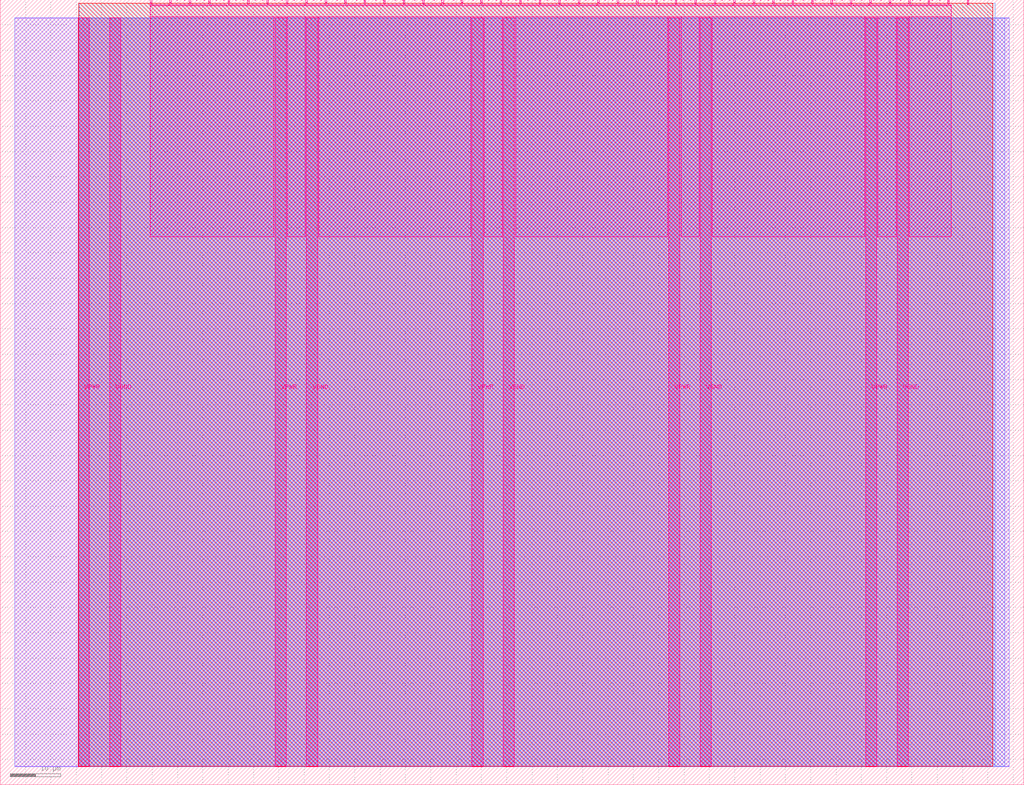
<source format=lef>
VERSION 5.7 ;
  NOWIREEXTENSIONATPIN ON ;
  DIVIDERCHAR "/" ;
  BUSBITCHARS "[]" ;
MACRO tt_um_lfsr_stevej
  CLASS BLOCK ;
  FOREIGN tt_um_lfsr_stevej ;
  ORIGIN 0.000 0.000 ;
  SIZE 202.080 BY 154.980 ;
  PIN VGND
    DIRECTION INOUT ;
    USE GROUND ;
    PORT
      LAYER Metal5 ;
        RECT 21.580 3.560 23.780 151.420 ;
    END
    PORT
      LAYER Metal5 ;
        RECT 60.450 3.560 62.650 151.420 ;
    END
    PORT
      LAYER Metal5 ;
        RECT 99.320 3.560 101.520 151.420 ;
    END
    PORT
      LAYER Metal5 ;
        RECT 138.190 3.560 140.390 151.420 ;
    END
    PORT
      LAYER Metal5 ;
        RECT 177.060 3.560 179.260 151.420 ;
    END
  END VGND
  PIN VPWR
    DIRECTION INOUT ;
    USE POWER ;
    PORT
      LAYER Metal5 ;
        RECT 15.380 3.560 17.580 151.420 ;
    END
    PORT
      LAYER Metal5 ;
        RECT 54.250 3.560 56.450 151.420 ;
    END
    PORT
      LAYER Metal5 ;
        RECT 93.120 3.560 95.320 151.420 ;
    END
    PORT
      LAYER Metal5 ;
        RECT 131.990 3.560 134.190 151.420 ;
    END
    PORT
      LAYER Metal5 ;
        RECT 170.860 3.560 173.060 151.420 ;
    END
  END VPWR
  PIN clk
    DIRECTION INPUT ;
    USE SIGNAL ;
    ANTENNAGATEAREA 0.213200 ;
    PORT
      LAYER Metal5 ;
        RECT 187.050 153.980 187.350 154.980 ;
    END
  END clk
  PIN ena
    DIRECTION INPUT ;
    USE SIGNAL ;
    PORT
      LAYER Metal5 ;
        RECT 190.890 153.980 191.190 154.980 ;
    END
  END ena
  PIN rst_n
    DIRECTION INPUT ;
    USE SIGNAL ;
    ANTENNAGATEAREA 0.180700 ;
    PORT
      LAYER Metal5 ;
        RECT 183.210 153.980 183.510 154.980 ;
    END
  END rst_n
  PIN ui_in[0]
    DIRECTION INPUT ;
    USE SIGNAL ;
    ANTENNAGATEAREA 0.180700 ;
    PORT
      LAYER Metal5 ;
        RECT 179.370 153.980 179.670 154.980 ;
    END
  END ui_in[0]
  PIN ui_in[1]
    DIRECTION INPUT ;
    USE SIGNAL ;
    ANTENNAGATEAREA 0.180700 ;
    PORT
      LAYER Metal5 ;
        RECT 175.530 153.980 175.830 154.980 ;
    END
  END ui_in[1]
  PIN ui_in[2]
    DIRECTION INPUT ;
    USE SIGNAL ;
    ANTENNAGATEAREA 0.180700 ;
    PORT
      LAYER Metal5 ;
        RECT 171.690 153.980 171.990 154.980 ;
    END
  END ui_in[2]
  PIN ui_in[3]
    DIRECTION INPUT ;
    USE SIGNAL ;
    ANTENNAGATEAREA 0.180700 ;
    PORT
      LAYER Metal5 ;
        RECT 167.850 153.980 168.150 154.980 ;
    END
  END ui_in[3]
  PIN ui_in[4]
    DIRECTION INPUT ;
    USE SIGNAL ;
    ANTENNAGATEAREA 0.180700 ;
    PORT
      LAYER Metal5 ;
        RECT 164.010 153.980 164.310 154.980 ;
    END
  END ui_in[4]
  PIN ui_in[5]
    DIRECTION INPUT ;
    USE SIGNAL ;
    ANTENNAGATEAREA 0.180700 ;
    PORT
      LAYER Metal5 ;
        RECT 160.170 153.980 160.470 154.980 ;
    END
  END ui_in[5]
  PIN ui_in[6]
    DIRECTION INPUT ;
    USE SIGNAL ;
    ANTENNAGATEAREA 0.180700 ;
    PORT
      LAYER Metal5 ;
        RECT 156.330 153.980 156.630 154.980 ;
    END
  END ui_in[6]
  PIN ui_in[7]
    DIRECTION INPUT ;
    USE SIGNAL ;
    ANTENNAGATEAREA 0.180700 ;
    PORT
      LAYER Metal5 ;
        RECT 152.490 153.980 152.790 154.980 ;
    END
  END ui_in[7]
  PIN uio_in[0]
    DIRECTION INPUT ;
    USE SIGNAL ;
    ANTENNAGATEAREA 0.180700 ;
    PORT
      LAYER Metal5 ;
        RECT 148.650 153.980 148.950 154.980 ;
    END
  END uio_in[0]
  PIN uio_in[1]
    DIRECTION INPUT ;
    USE SIGNAL ;
    PORT
      LAYER Metal5 ;
        RECT 144.810 153.980 145.110 154.980 ;
    END
  END uio_in[1]
  PIN uio_in[2]
    DIRECTION INPUT ;
    USE SIGNAL ;
    PORT
      LAYER Metal5 ;
        RECT 140.970 153.980 141.270 154.980 ;
    END
  END uio_in[2]
  PIN uio_in[3]
    DIRECTION INPUT ;
    USE SIGNAL ;
    PORT
      LAYER Metal5 ;
        RECT 137.130 153.980 137.430 154.980 ;
    END
  END uio_in[3]
  PIN uio_in[4]
    DIRECTION INPUT ;
    USE SIGNAL ;
    PORT
      LAYER Metal5 ;
        RECT 133.290 153.980 133.590 154.980 ;
    END
  END uio_in[4]
  PIN uio_in[5]
    DIRECTION INPUT ;
    USE SIGNAL ;
    PORT
      LAYER Metal5 ;
        RECT 129.450 153.980 129.750 154.980 ;
    END
  END uio_in[5]
  PIN uio_in[6]
    DIRECTION INPUT ;
    USE SIGNAL ;
    PORT
      LAYER Metal5 ;
        RECT 125.610 153.980 125.910 154.980 ;
    END
  END uio_in[6]
  PIN uio_in[7]
    DIRECTION INPUT ;
    USE SIGNAL ;
    PORT
      LAYER Metal5 ;
        RECT 121.770 153.980 122.070 154.980 ;
    END
  END uio_in[7]
  PIN uio_oe[0]
    DIRECTION OUTPUT ;
    USE SIGNAL ;
    ANTENNADIFFAREA 0.299200 ;
    PORT
      LAYER Metal5 ;
        RECT 56.490 153.980 56.790 154.980 ;
    END
  END uio_oe[0]
  PIN uio_oe[1]
    DIRECTION OUTPUT ;
    USE SIGNAL ;
    ANTENNADIFFAREA 0.299200 ;
    PORT
      LAYER Metal5 ;
        RECT 52.650 153.980 52.950 154.980 ;
    END
  END uio_oe[1]
  PIN uio_oe[2]
    DIRECTION OUTPUT ;
    USE SIGNAL ;
    ANTENNADIFFAREA 0.299200 ;
    PORT
      LAYER Metal5 ;
        RECT 48.810 153.980 49.110 154.980 ;
    END
  END uio_oe[2]
  PIN uio_oe[3]
    DIRECTION OUTPUT ;
    USE SIGNAL ;
    ANTENNADIFFAREA 0.299200 ;
    PORT
      LAYER Metal5 ;
        RECT 44.970 153.980 45.270 154.980 ;
    END
  END uio_oe[3]
  PIN uio_oe[4]
    DIRECTION OUTPUT ;
    USE SIGNAL ;
    ANTENNADIFFAREA 0.299200 ;
    PORT
      LAYER Metal5 ;
        RECT 41.130 153.980 41.430 154.980 ;
    END
  END uio_oe[4]
  PIN uio_oe[5]
    DIRECTION OUTPUT ;
    USE SIGNAL ;
    ANTENNADIFFAREA 0.299200 ;
    PORT
      LAYER Metal5 ;
        RECT 37.290 153.980 37.590 154.980 ;
    END
  END uio_oe[5]
  PIN uio_oe[6]
    DIRECTION OUTPUT ;
    USE SIGNAL ;
    ANTENNADIFFAREA 0.299200 ;
    PORT
      LAYER Metal5 ;
        RECT 33.450 153.980 33.750 154.980 ;
    END
  END uio_oe[6]
  PIN uio_oe[7]
    DIRECTION OUTPUT ;
    USE SIGNAL ;
    ANTENNADIFFAREA 0.299200 ;
    PORT
      LAYER Metal5 ;
        RECT 29.610 153.980 29.910 154.980 ;
    END
  END uio_oe[7]
  PIN uio_out[0]
    DIRECTION OUTPUT ;
    USE SIGNAL ;
    ANTENNADIFFAREA 0.299200 ;
    PORT
      LAYER Metal5 ;
        RECT 87.210 153.980 87.510 154.980 ;
    END
  END uio_out[0]
  PIN uio_out[1]
    DIRECTION OUTPUT ;
    USE SIGNAL ;
    ANTENNADIFFAREA 0.299200 ;
    PORT
      LAYER Metal5 ;
        RECT 83.370 153.980 83.670 154.980 ;
    END
  END uio_out[1]
  PIN uio_out[2]
    DIRECTION OUTPUT ;
    USE SIGNAL ;
    ANTENNADIFFAREA 0.299200 ;
    PORT
      LAYER Metal5 ;
        RECT 79.530 153.980 79.830 154.980 ;
    END
  END uio_out[2]
  PIN uio_out[3]
    DIRECTION OUTPUT ;
    USE SIGNAL ;
    ANTENNADIFFAREA 0.299200 ;
    PORT
      LAYER Metal5 ;
        RECT 75.690 153.980 75.990 154.980 ;
    END
  END uio_out[3]
  PIN uio_out[4]
    DIRECTION OUTPUT ;
    USE SIGNAL ;
    ANTENNADIFFAREA 0.299200 ;
    PORT
      LAYER Metal5 ;
        RECT 71.850 153.980 72.150 154.980 ;
    END
  END uio_out[4]
  PIN uio_out[5]
    DIRECTION OUTPUT ;
    USE SIGNAL ;
    ANTENNADIFFAREA 0.299200 ;
    PORT
      LAYER Metal5 ;
        RECT 68.010 153.980 68.310 154.980 ;
    END
  END uio_out[5]
  PIN uio_out[6]
    DIRECTION OUTPUT ;
    USE SIGNAL ;
    ANTENNADIFFAREA 0.299200 ;
    PORT
      LAYER Metal5 ;
        RECT 64.170 153.980 64.470 154.980 ;
    END
  END uio_out[6]
  PIN uio_out[7]
    DIRECTION OUTPUT ;
    USE SIGNAL ;
    ANTENNADIFFAREA 0.299200 ;
    PORT
      LAYER Metal5 ;
        RECT 60.330 153.980 60.630 154.980 ;
    END
  END uio_out[7]
  PIN uo_out[0]
    DIRECTION OUTPUT ;
    USE SIGNAL ;
    ANTENNAGATEAREA 0.109200 ;
    ANTENNADIFFAREA 0.632400 ;
    PORT
      LAYER Metal5 ;
        RECT 117.930 153.980 118.230 154.980 ;
    END
  END uo_out[0]
  PIN uo_out[1]
    DIRECTION OUTPUT ;
    USE SIGNAL ;
    ANTENNAGATEAREA 0.109200 ;
    ANTENNADIFFAREA 0.632400 ;
    PORT
      LAYER Metal5 ;
        RECT 114.090 153.980 114.390 154.980 ;
    END
  END uo_out[1]
  PIN uo_out[2]
    DIRECTION OUTPUT ;
    USE SIGNAL ;
    ANTENNAGATEAREA 0.109200 ;
    ANTENNADIFFAREA 0.632400 ;
    PORT
      LAYER Metal5 ;
        RECT 110.250 153.980 110.550 154.980 ;
    END
  END uo_out[2]
  PIN uo_out[3]
    DIRECTION OUTPUT ;
    USE SIGNAL ;
    ANTENNAGATEAREA 2.542800 ;
    ANTENNADIFFAREA 8.694000 ;
    PORT
      LAYER Metal5 ;
        RECT 106.410 153.980 106.710 154.980 ;
    END
  END uo_out[3]
  PIN uo_out[4]
    DIRECTION OUTPUT ;
    USE SIGNAL ;
    ANTENNAGATEAREA 3.759600 ;
    ANTENNADIFFAREA 12.724800 ;
    PORT
      LAYER Metal5 ;
        RECT 102.570 153.980 102.870 154.980 ;
    END
  END uo_out[4]
  PIN uo_out[5]
    DIRECTION OUTPUT ;
    USE SIGNAL ;
    ANTENNAGATEAREA 3.759600 ;
    ANTENNADIFFAREA 12.724800 ;
    PORT
      LAYER Metal5 ;
        RECT 98.730 153.980 99.030 154.980 ;
    END
  END uo_out[5]
  PIN uo_out[6]
    DIRECTION OUTPUT ;
    USE SIGNAL ;
    ANTENNAGATEAREA 0.543400 ;
    ANTENNADIFFAREA 0.632400 ;
    PORT
      LAYER Metal5 ;
        RECT 94.890 153.980 95.190 154.980 ;
    END
  END uo_out[6]
  PIN uo_out[7]
    DIRECTION OUTPUT ;
    USE SIGNAL ;
    ANTENNAGATEAREA 0.434200 ;
    ANTENNADIFFAREA 0.632400 ;
    PORT
      LAYER Metal5 ;
        RECT 91.050 153.980 91.350 154.980 ;
    END
  END uo_out[7]
  OBS
      LAYER GatPoly ;
        RECT 2.880 3.630 199.200 151.350 ;
      LAYER Metal1 ;
        RECT 2.880 3.560 199.200 151.420 ;
      LAYER Metal2 ;
        RECT 15.515 3.680 198.340 151.300 ;
      LAYER Metal3 ;
        RECT 15.560 3.635 196.420 154.285 ;
      LAYER Metal4 ;
        RECT 15.515 3.680 195.985 154.240 ;
      LAYER Metal5 ;
        RECT 30.120 153.770 33.240 153.980 ;
        RECT 33.960 153.770 37.080 153.980 ;
        RECT 37.800 153.770 40.920 153.980 ;
        RECT 41.640 153.770 44.760 153.980 ;
        RECT 45.480 153.770 48.600 153.980 ;
        RECT 49.320 153.770 52.440 153.980 ;
        RECT 53.160 153.770 56.280 153.980 ;
        RECT 57.000 153.770 60.120 153.980 ;
        RECT 60.840 153.770 63.960 153.980 ;
        RECT 64.680 153.770 67.800 153.980 ;
        RECT 68.520 153.770 71.640 153.980 ;
        RECT 72.360 153.770 75.480 153.980 ;
        RECT 76.200 153.770 79.320 153.980 ;
        RECT 80.040 153.770 83.160 153.980 ;
        RECT 83.880 153.770 87.000 153.980 ;
        RECT 87.720 153.770 90.840 153.980 ;
        RECT 91.560 153.770 94.680 153.980 ;
        RECT 95.400 153.770 98.520 153.980 ;
        RECT 99.240 153.770 102.360 153.980 ;
        RECT 103.080 153.770 106.200 153.980 ;
        RECT 106.920 153.770 110.040 153.980 ;
        RECT 110.760 153.770 113.880 153.980 ;
        RECT 114.600 153.770 117.720 153.980 ;
        RECT 118.440 153.770 121.560 153.980 ;
        RECT 122.280 153.770 125.400 153.980 ;
        RECT 126.120 153.770 129.240 153.980 ;
        RECT 129.960 153.770 133.080 153.980 ;
        RECT 133.800 153.770 136.920 153.980 ;
        RECT 137.640 153.770 140.760 153.980 ;
        RECT 141.480 153.770 144.600 153.980 ;
        RECT 145.320 153.770 148.440 153.980 ;
        RECT 149.160 153.770 152.280 153.980 ;
        RECT 153.000 153.770 156.120 153.980 ;
        RECT 156.840 153.770 159.960 153.980 ;
        RECT 160.680 153.770 163.800 153.980 ;
        RECT 164.520 153.770 167.640 153.980 ;
        RECT 168.360 153.770 171.480 153.980 ;
        RECT 172.200 153.770 175.320 153.980 ;
        RECT 176.040 153.770 179.160 153.980 ;
        RECT 179.880 153.770 183.000 153.980 ;
        RECT 183.720 153.770 186.840 153.980 ;
        RECT 187.560 153.770 187.780 153.980 ;
        RECT 29.660 151.630 187.780 153.770 ;
        RECT 29.660 108.215 54.040 151.630 ;
        RECT 56.660 108.215 60.240 151.630 ;
        RECT 62.860 108.215 92.910 151.630 ;
        RECT 95.530 108.215 99.110 151.630 ;
        RECT 101.730 108.215 131.780 151.630 ;
        RECT 134.400 108.215 137.980 151.630 ;
        RECT 140.600 108.215 170.650 151.630 ;
        RECT 173.270 108.215 176.850 151.630 ;
        RECT 179.470 108.215 187.780 151.630 ;
  END
END tt_um_lfsr_stevej
END LIBRARY


</source>
